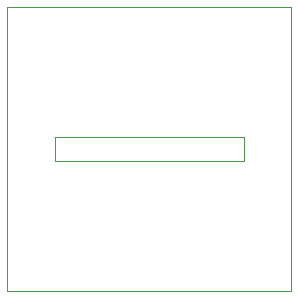
<source format=gbr>
%TF.GenerationSoftware,KiCad,Pcbnew,8.0.3*%
%TF.CreationDate,2024-06-30T10:21:19+01:00*%
%TF.ProjectId,JSTSH4pinBreakout,4a535453-4834-4706-996e-427265616b6f,rev?*%
%TF.SameCoordinates,Original*%
%TF.FileFunction,Profile,NP*%
%FSLAX46Y46*%
G04 Gerber Fmt 4.6, Leading zero omitted, Abs format (unit mm)*
G04 Created by KiCad (PCBNEW 8.0.3) date 2024-06-30 10:21:19*
%MOMM*%
%LPD*%
G01*
G04 APERTURE LIST*
%TA.AperFunction,Profile*%
%ADD10C,0.050000*%
%TD*%
G04 APERTURE END LIST*
D10*
X104000000Y-61000000D02*
X120000000Y-61000000D01*
X120000000Y-63000000D01*
X104000000Y-63000000D01*
X104000000Y-61000000D01*
X100000000Y-50000000D02*
X124000000Y-50000000D01*
X124000000Y-74000000D01*
X100000000Y-74000000D01*
X100000000Y-50000000D01*
M02*

</source>
